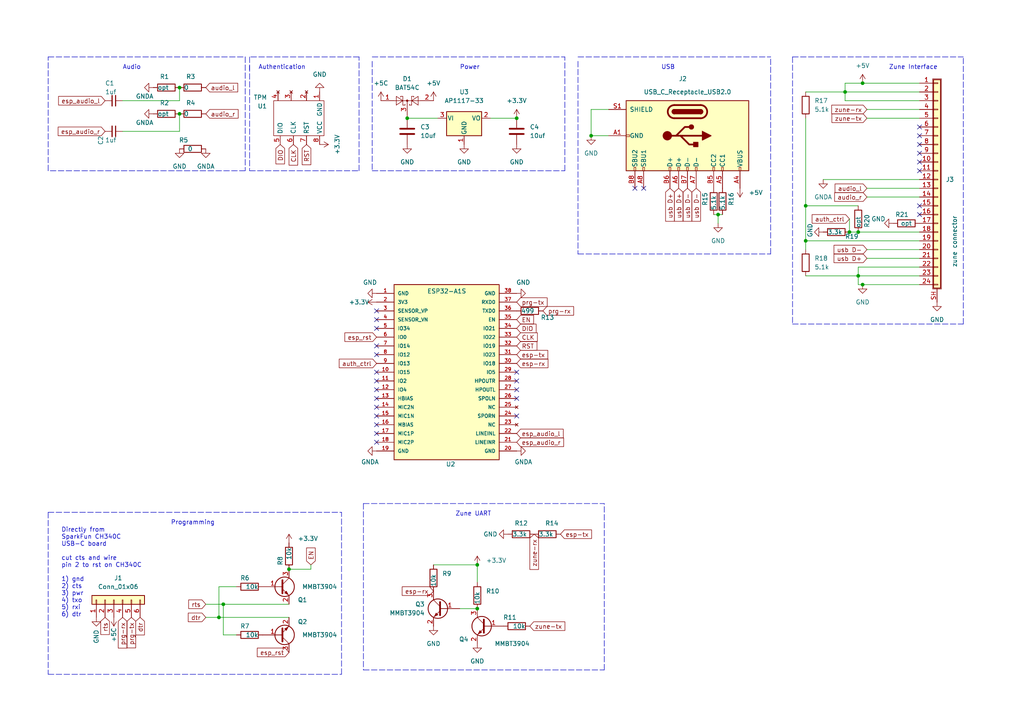
<source format=kicad_sch>
(kicad_sch (version 20211123) (generator eeschema)
  (paper "A4")
  (lib_symbols
    (symbol "Connector:USB_C_Receptacle_USB2.0" (pin_names (offset 1.016))
      (property "Reference" "J" (at -10.16 19.05 0))
      (property "Value" "USB_C_Receptacle_USB2.0" (at 19.05 19.05 0))
      (symbol "USB_C_Receptacle_USB2.0_0_0"
        (rectangle (start -0.254 -17.78) (end 0.254 -16.764))
        (rectangle (start 10.16 -14.986) (end 9.144 -15.494))
        (rectangle (start 10.16 -12.446) (end 9.144 -12.954))
        (rectangle (start 10.16 -4.826) (end 9.144 -5.334))
        (rectangle (start 10.16 -2.286) (end 9.144 -2.794))
        (rectangle (start 10.16 0.254) (end 9.144 -0.254))
        (rectangle (start 10.16 2.794) (end 9.144 2.286))
        (rectangle (start 10.16 7.874) (end 9.144 7.366))
        (rectangle (start 10.16 10.414) (end 9.144 9.906))
        (rectangle (start 10.16 15.494) (end 9.144 14.986))
      )
      (symbol "USB_C_Receptacle_USB2.0_0_1"
        (rectangle (start -10.16 17.78) (end 10.16 -17.78) (stroke (width 0.254)) (fill (type background)))
        (arc (start -8.89 -3.81) (mid -6.985 -5.715) (end -5.08 -3.81) (stroke (width 0.508)))
        (arc (start -7.62 -3.81) (mid -6.985 -4.445) (end -6.35 -3.81) (stroke (width 0.254)))
        (arc (start -7.62 -3.81) (mid -6.985 -4.445) (end -6.35 -3.81) (stroke (width 0.254)) (fill (type outline)))
        (rectangle (start -7.62 -3.81) (end -6.35 3.81) (stroke (width 0.254)) (fill (type outline)))
        (arc (start -6.35 3.81) (mid -6.985 4.445) (end -7.62 3.81) (stroke (width 0.254)))
        (arc (start -6.35 3.81) (mid -6.985 4.445) (end -7.62 3.81) (stroke (width 0.254)) (fill (type outline)))
        (arc (start -5.08 3.81) (mid -6.985 5.715) (end -8.89 3.81) (stroke (width 0.508)))
        (circle (center -2.54 1.143) (radius 0.635) (stroke (width 0.254)) (fill (type outline)))
        (circle (center 0 -5.842) (radius 1.27) (fill (type outline)))
        (polyline (pts (xy -8.89 -3.81) (xy -8.89 3.81)) (stroke (width 0.508)))
        (polyline (pts (xy -5.08 3.81) (xy -5.08 -3.81)) (stroke (width 0.508)))
        (polyline (pts (xy 0 -5.842) (xy 0 4.318)) (stroke (width 0.508)))
        (polyline (pts (xy 0 -3.302) (xy -2.54 -0.762) (xy -2.54 0.508)) (stroke (width 0.508)))
        (polyline (pts (xy 0 -2.032) (xy 2.54 0.508) (xy 2.54 1.778)) (stroke (width 0.508)))
        (polyline (pts (xy -1.27 4.318) (xy 0 6.858) (xy 1.27 4.318) (xy -1.27 4.318)) (stroke (width 0.254)) (fill (type outline)))
        (rectangle (start 1.905 1.778) (end 3.175 3.048) (stroke (width 0.254)) (fill (type outline)))
      )
      (symbol "USB_C_Receptacle_USB2.0_1_1"
        (pin passive line (at 0 -22.86 90) (length 5.08) (name "GND") (number "A1"))
        (pin passive line (at 0 -22.86 90) (length 5.08) hide (name "GND") (number "A12"))
        (pin passive line (at 15.24 15.24 180) (length 5.08) (name "VBUS") (number "A4"))
        (pin bidirectional line (at 15.24 10.16 180) (length 5.08) (name "CC1") (number "A5"))
        (pin bidirectional line (at 15.24 -2.54 180) (length 5.08) (name "D+") (number "A6"))
        (pin bidirectional line (at 15.24 2.54 180) (length 5.08) (name "D-") (number "A7"))
        (pin bidirectional line (at 15.24 -12.7 180) (length 5.08) (name "SBU1") (number "A8"))
        (pin passive line (at 15.24 15.24 180) (length 5.08) hide (name "VBUS") (number "A9"))
        (pin passive line (at 0 -22.86 90) (length 5.08) hide (name "GND") (number "B1"))
        (pin passive line (at 0 -22.86 90) (length 5.08) hide (name "GND") (number "B12"))
        (pin passive line (at 15.24 15.24 180) (length 5.08) hide (name "VBUS") (number "B4"))
        (pin bidirectional line (at 15.24 7.62 180) (length 5.08) (name "CC2") (number "B5"))
        (pin bidirectional line (at 15.24 -5.08 180) (length 5.08) (name "D+") (number "B6"))
        (pin bidirectional line (at 15.24 0 180) (length 5.08) (name "D-") (number "B7"))
        (pin bidirectional line (at 15.24 -15.24 180) (length 5.08) (name "SBU2") (number "B8"))
        (pin passive line (at 15.24 15.24 180) (length 5.08) hide (name "VBUS") (number "B9"))
        (pin passive line (at -7.62 -22.86 90) (length 5.08) (name "SHIELD") (number "S1"))
      )
    )
    (symbol "Connector_Generic:Conn_01x06" (pin_names (offset 1.016) hide)
      (property "Reference" "J" (at 0 7.62 0))
      (property "Value" "Conn_01x06" (at 0 -10.16 0))
      (symbol "Conn_01x06_1_1"
        (rectangle (start -1.27 -7.493) (end 0 -7.747) (stroke (width 0.1524)))
        (rectangle (start -1.27 -4.953) (end 0 -5.207) (stroke (width 0.1524)))
        (rectangle (start -1.27 -2.413) (end 0 -2.667) (stroke (width 0.1524)))
        (rectangle (start -1.27 0.127) (end 0 -0.127) (stroke (width 0.1524)))
        (rectangle (start -1.27 2.667) (end 0 2.413) (stroke (width 0.1524)))
        (rectangle (start -1.27 5.207) (end 0 4.953) (stroke (width 0.1524)))
        (rectangle (start -1.27 6.35) (end 1.27 -8.89) (stroke (width 0.254)) (fill (type background)))
        (pin passive line (at -5.08 5.08 0) (length 3.81) (name "Pin_1") (number "1"))
        (pin passive line (at -5.08 2.54 0) (length 3.81) (name "Pin_2") (number "2"))
        (pin passive line (at -5.08 0 0) (length 3.81) (name "Pin_3") (number "3"))
        (pin passive line (at -5.08 -2.54 0) (length 3.81) (name "Pin_4") (number "4"))
        (pin passive line (at -5.08 -5.08 0) (length 3.81) (name "Pin_5") (number "5"))
        (pin passive line (at -5.08 -7.62 0) (length 3.81) (name "Pin_6") (number "6"))
      )
    )
    (symbol "Connector_Generic_Shielded:Conn_01x24_Shielded" (pin_names (offset 1.016) hide)
      (property "Reference" "J" (at 0.254 30.226 0))
      (property "Value" "Conn_01x24_Shielded" (at 1.016 -32.766 0))
      (symbol "Conn_01x24_Shielded_1_1"
        (rectangle (start -1.27 29.21) (end 1.27 -31.75) (stroke (width 0.1524)))
        (rectangle (start -1.016 -30.353) (end 0.254 -30.607) (stroke (width 0.1524)))
        (rectangle (start -1.016 -27.813) (end 0.254 -28.067) (stroke (width 0.1524)))
        (rectangle (start -1.016 -25.273) (end 0.254 -25.527) (stroke (width 0.1524)))
        (rectangle (start -1.016 -22.733) (end 0.254 -22.987) (stroke (width 0.1524)))
        (rectangle (start -1.016 -20.193) (end 0.254 -20.447) (stroke (width 0.1524)))
        (rectangle (start -1.016 -17.653) (end 0.254 -17.907) (stroke (width 0.1524)))
        (rectangle (start -1.016 -15.113) (end 0.254 -15.367) (stroke (width 0.1524)))
        (rectangle (start -1.016 -12.573) (end 0.254 -12.827) (stroke (width 0.1524)))
        (rectangle (start -1.016 -10.033) (end 0.254 -10.287) (stroke (width 0.1524)))
        (rectangle (start -1.016 -7.493) (end 0.254 -7.747) (stroke (width 0.1524)))
        (rectangle (start -1.016 -4.953) (end 0.254 -5.207) (stroke (width 0.1524)))
        (rectangle (start -1.016 -2.413) (end 0.254 -2.667) (stroke (width 0.1524)))
        (rectangle (start -1.016 0.127) (end 0.254 -0.127) (stroke (width 0.1524)))
        (rectangle (start -1.016 2.667) (end 0.254 2.413) (stroke (width 0.1524)))
        (rectangle (start -1.016 5.207) (end 0.254 4.953) (stroke (width 0.1524)))
        (rectangle (start -1.016 7.747) (end 0.254 7.493) (stroke (width 0.1524)))
        (rectangle (start -1.016 10.287) (end 0.254 10.033) (stroke (width 0.1524)))
        (rectangle (start -1.016 12.827) (end 0.254 12.573) (stroke (width 0.1524)))
        (rectangle (start -1.016 15.367) (end 0.254 15.113) (stroke (width 0.1524)))
        (rectangle (start -1.016 17.907) (end 0.254 17.653) (stroke (width 0.1524)))
        (rectangle (start -1.016 20.447) (end 0.254 20.193) (stroke (width 0.1524)))
        (rectangle (start -1.016 22.987) (end 0.254 22.733) (stroke (width 0.1524)))
        (rectangle (start -1.016 25.527) (end 0.254 25.273) (stroke (width 0.1524)))
        (rectangle (start -1.016 28.067) (end 0.254 27.813) (stroke (width 0.1524)))
        (rectangle (start -1.016 28.956) (end 1.016 -31.496) (stroke (width 0.254)) (fill (type background)))
        (pin passive line (at -5.08 27.94 0) (length 4.064) (name "Pin_1") (number "1"))
        (pin passive line (at -5.08 5.08 0) (length 4.064) (name "Pin_10") (number "10"))
        (pin passive line (at -5.08 2.54 0) (length 4.064) (name "Pin_11") (number "11"))
        (pin passive line (at -5.08 0 0) (length 4.064) (name "Pin_12") (number "12"))
        (pin passive line (at -5.08 -2.54 0) (length 4.064) (name "Pin_13") (number "13"))
        (pin passive line (at -5.08 -5.08 0) (length 4.064) (name "Pin_14") (number "14"))
        (pin passive line (at -5.08 -7.62 0) (length 4.064) (name "Pin_15") (number "15"))
        (pin passive line (at -5.08 -10.16 0) (length 4.064) (name "Pin_16") (number "16"))
        (pin passive line (at -5.08 -12.7 0) (length 4.064) (name "Pin_17") (number "17"))
        (pin passive line (at -5.08 -15.24 0) (length 4.064) (name "Pin_18") (number "18"))
        (pin passive line (at -5.08 -17.78 0) (length 4.064) (name "Pin_19") (number "19"))
        (pin passive line (at -5.08 25.4 0) (length 4.064) (name "Pin_2") (number "2"))
        (pin passive line (at -5.08 -20.32 0) (length 4.064) (name "Pin_20") (number "20"))
        (pin passive line (at -5.08 -22.86 0) (length 4.064) (name "Pin_21") (number "21"))
        (pin passive line (at -5.08 -25.4 0) (length 4.064) (name "Pin_22") (number "22"))
        (pin passive line (at -5.08 -27.94 0) (length 4.064) (name "Pin_23") (number "23"))
        (pin passive line (at -5.08 -30.48 0) (length 4.064) (name "Pin_24") (number "24"))
        (pin passive line (at -5.08 22.86 0) (length 4.064) (name "Pin_3") (number "3"))
        (pin passive line (at -5.08 20.32 0) (length 4.064) (name "Pin_4") (number "4"))
        (pin passive line (at -5.08 17.78 0) (length 4.064) (name "Pin_5") (number "5"))
        (pin passive line (at -5.08 15.24 0) (length 4.064) (name "Pin_6") (number "6"))
        (pin passive line (at -5.08 12.7 0) (length 4.064) (name "Pin_7") (number "7"))
        (pin passive line (at -5.08 10.16 0) (length 4.064) (name "Pin_8") (number "8"))
        (pin passive line (at -5.08 7.62 0) (length 4.064) (name "Pin_9") (number "9"))
        (pin passive line (at 0 -35.56 90) (length 3.81) (name "Shield") (number "SH"))
      )
    )
    (symbol "Device:C" (pin_numbers hide) (pin_names (offset 0.254))
      (property "Reference" "C" (at 0.635 2.54 0))
      (property "Value" "C" (at 0.635 -2.54 0))
      (symbol "C_0_1"
        (polyline (pts (xy -2.032 -0.762) (xy 2.032 -0.762)) (stroke (width 0.508)))
        (polyline (pts (xy -2.032 0.762) (xy 2.032 0.762)) (stroke (width 0.508)))
      )
      (symbol "C_1_1"
        (pin passive line (at 0 3.81 270) (length 2.794) (name "~") (number "1"))
        (pin passive line (at 0 -3.81 90) (length 2.794) (name "~") (number "2"))
      )
    )
    (symbol "Device:C_Small" (pin_numbers hide) (pin_names (offset 0.254) hide)
      (property "Reference" "C" (at 0.254 1.778 0))
      (property "Value" "C_Small" (at 0.254 -2.032 0))
      (symbol "C_Small_0_1"
        (polyline (pts (xy -1.524 -0.508) (xy 1.524 -0.508)) (stroke (width 0.3302)))
        (polyline (pts (xy -1.524 0.508) (xy 1.524 0.508)) (stroke (width 0.3048)))
      )
      (symbol "C_Small_1_1"
        (pin passive line (at 0 2.54 270) (length 2.032) (name "~") (number "1"))
        (pin passive line (at 0 -2.54 90) (length 2.032) (name "~") (number "2"))
      )
    )
    (symbol "Device:R" (pin_numbers hide) (pin_names (offset 0))
      (property "Reference" "R" (at 2.032 0 90))
      (property "Value" "R" (at 0 0 90))
      (symbol "R_0_1"
        (rectangle (start -1.016 -2.54) (end 1.016 2.54) (stroke (width 0.254)))
      )
      (symbol "R_1_1"
        (pin passive line (at 0 3.81 270) (length 1.27) (name "~") (number "1"))
        (pin passive line (at 0 -3.81 90) (length 1.27) (name "~") (number "2"))
      )
    )
    (symbol "Diode:BAT54C" (pin_names (offset 1.016))
      (property "Reference" "D" (at 0.635 -3.81 0))
      (property "Value" "BAT54C" (at -6.35 3.175 0))
      (symbol "BAT54C_0_1"
        (polyline (pts (xy -1.905 0) (xy 1.905 0)))
        (polyline (pts (xy -1.905 1.27) (xy -1.905 1.016)))
        (polyline (pts (xy -1.27 -1.27) (xy -0.635 -1.27)))
        (polyline (pts (xy -1.27 0) (xy -3.81 0)))
        (polyline (pts (xy -1.27 1.27) (xy -1.905 1.27)))
        (polyline (pts (xy -1.27 1.27) (xy -1.27 -1.27)))
        (polyline (pts (xy -0.635 -1.27) (xy -0.635 -1.016)))
        (polyline (pts (xy 0.635 -1.27) (xy 0.635 -1.016)))
        (polyline (pts (xy 1.27 -1.27) (xy 0.635 -1.27)))
        (polyline (pts (xy 1.27 1.27) (xy 1.27 -1.27)))
        (polyline (pts (xy 1.27 1.27) (xy 1.905 1.27)))
        (polyline (pts (xy 1.905 1.27) (xy 1.905 1.016)))
        (polyline (pts (xy 3.81 0) (xy 1.27 0)))
        (polyline (pts (xy -3.175 -1.27) (xy -3.175 1.27) (xy -1.27 0) (xy -3.175 -1.27)))
        (polyline (pts (xy 3.175 -1.27) (xy 3.175 1.27) (xy 1.27 0) (xy 3.175 -1.27)))
        (circle (center 0 0) (radius 0.254) (fill (type outline)))
      )
      (symbol "BAT54C_1_1"
        (pin passive line (at -7.62 0 0) (length 3.81) (name "~") (number "1"))
        (pin passive line (at 7.62 0 180) (length 3.81) (name "~") (number "2"))
        (pin passive line (at 0 -5.08 90) (length 5.08) (name "~") (number "3"))
      )
    )
    (symbol "Regulator_Linear:AP1117-33" (pin_names (offset 0.254))
      (property "Reference" "U" (at -3.81 3.175 0))
      (property "Value" "AP1117-33" (at 0 3.175 0))
      (symbol "AP1117-33_0_1"
        (rectangle (start -5.08 -5.08) (end 5.08 1.905) (stroke (width 0.254)) (fill (type background)))
      )
      (symbol "AP1117-33_1_1"
        (pin power_in line (at 0 -7.62 90) (length 2.54) (name "GND") (number "1"))
        (pin power_out line (at 7.62 0 180) (length 2.54) (name "VO") (number "2"))
        (pin power_in line (at -7.62 0 0) (length 2.54) (name "VI") (number "3"))
      )
    )
    (symbol "Transistor_BJT:MMBT3904" (pin_names (offset 0) hide)
      (property "Reference" "Q" (at 5.08 1.905 0))
      (property "Value" "MMBT3904" (at 5.08 0 0))
      (symbol "MMBT3904_0_1"
        (polyline (pts (xy 0.635 0.635) (xy 2.54 2.54)))
        (polyline (pts (xy 0.635 -0.635) (xy 2.54 -2.54) (xy 2.54 -2.54)))
        (polyline (pts (xy 0.635 1.905) (xy 0.635 -1.905) (xy 0.635 -1.905)) (stroke (width 0.508)))
        (polyline (pts (xy 1.27 -1.778) (xy 1.778 -1.27) (xy 2.286 -2.286) (xy 1.27 -1.778) (xy 1.27 -1.778)) (fill (type outline)))
        (circle (center 1.27 0) (radius 2.8194) (stroke (width 0.254)))
      )
      (symbol "MMBT3904_1_1"
        (pin input line (at -5.08 0 0) (length 5.715) (name "B") (number "1"))
        (pin passive line (at 2.54 -5.08 90) (length 2.54) (name "E") (number "2"))
        (pin passive line (at 2.54 5.08 270) (length 2.54) (name "C") (number "3"))
      )
    )
    (symbol "esp32-zune-bluetoothaudio:ESP32-A1S" (pin_names (offset 1.016))
      (property "Reference" "U" (at -15.2654 26.0604 0))
      (property "Value" "ESP32-A1S" (at -15.2654 -27.9654 0))
      (property "PARTREV" "4" (at 0 26.67 0))
      (symbol "ESP32-A1S_0_0"
        (rectangle (start -15.24 -25.4) (end 15.24 25.4) (stroke (width 0.254)) (fill (type background)))
        (pin power_in line (at -20.32 22.86 0) (length 5.08) (name "GND") (number "1"))
        (pin bidirectional line (at -20.32 0 0) (length 5.08) (name "IO15") (number "10"))
        (pin bidirectional line (at -20.32 -2.54 0) (length 5.08) (name "IO2") (number "11"))
        (pin bidirectional line (at -20.32 -5.08 0) (length 5.08) (name "IO4") (number "12"))
        (pin bidirectional line (at -20.32 -7.62 0) (length 5.08) (name "HBIAS") (number "13"))
        (pin input line (at -20.32 -10.16 0) (length 5.08) (name "MIC2N") (number "14"))
        (pin input line (at -20.32 -12.7 0) (length 5.08) (name "MIC1N") (number "15"))
        (pin bidirectional line (at -20.32 -15.24 0) (length 5.08) (name "MBIAS") (number "16"))
        (pin input line (at -20.32 -17.78 0) (length 5.08) (name "MIC1P") (number "17"))
        (pin input line (at -20.32 -20.32 0) (length 5.08) (name "MIC2P") (number "18"))
        (pin power_in line (at -20.32 -22.86 0) (length 5.08) (name "GND") (number "19"))
        (pin power_in line (at -20.32 20.32 0) (length 5.08) (name "3V3") (number "2"))
        (pin bidirectional line (at 20.32 -22.86 180) (length 5.08) (name "GND") (number "20"))
        (pin input line (at 20.32 -20.32 180) (length 5.08) (name "LINEINR") (number "21"))
        (pin input line (at 20.32 -17.78 180) (length 5.08) (name "LINEINL") (number "22"))
        (pin no_connect line (at 20.32 -15.24 180) (length 5.08) (name "NC") (number "23"))
        (pin output line (at 20.32 -12.7 180) (length 5.08) (name "SPORN") (number "24"))
        (pin no_connect line (at 20.32 -10.16 180) (length 5.08) (name "NC") (number "25"))
        (pin output line (at 20.32 -7.62 180) (length 5.08) (name "SPOLN") (number "26"))
        (pin output line (at 20.32 -5.08 180) (length 5.08) (name "HPOUTL") (number "27"))
        (pin output line (at 20.32 -2.54 180) (length 5.08) (name "HPOUTR") (number "28"))
        (pin bidirectional line (at 20.32 0 180) (length 5.08) (name "IO5") (number "29"))
        (pin input line (at -20.32 17.78 0) (length 5.08) (name "SENSOR_VP") (number "3"))
        (pin bidirectional line (at 20.32 2.54 180) (length 5.08) (name "IO18") (number "30"))
        (pin bidirectional line (at 20.32 5.08 180) (length 5.08) (name "IO23") (number "31"))
        (pin bidirectional line (at 20.32 7.62 180) (length 5.08) (name "IO19") (number "32"))
        (pin bidirectional line (at 20.32 10.16 180) (length 5.08) (name "IO22") (number "33"))
        (pin bidirectional line (at 20.32 12.7 180) (length 5.08) (name "IO21") (number "34"))
        (pin input line (at 20.32 15.24 180) (length 5.08) (name "EN") (number "35"))
        (pin input line (at 20.32 17.78 180) (length 5.08) (name "TXD0") (number "36"))
        (pin output line (at 20.32 20.32 180) (length 5.08) (name "RXD0") (number "37"))
        (pin power_in line (at 20.32 22.86 180) (length 5.08) (name "GND") (number "38"))
        (pin input line (at -20.32 15.24 0) (length 5.08) (name "SENSOR_VN") (number "4"))
        (pin bidirectional line (at -20.32 12.7 0) (length 5.08) (name "IO34") (number "5"))
        (pin bidirectional line (at -20.32 10.16 0) (length 5.08) (name "IO0") (number "6"))
        (pin bidirectional line (at -20.32 7.62 0) (length 5.08) (name "IO14") (number "7"))
        (pin bidirectional line (at -20.32 5.08 0) (length 5.08) (name "IO12") (number "8"))
        (pin bidirectional line (at -20.32 2.54 0) (length 5.08) (name "IO13") (number "9"))
      )
    )
    (symbol "esp32-zune-bluetoothaudio:TPM"
      (property "Reference" "U" (at -6.985 9.525 0))
      (property "Value" "TPM" (at 0.635 0.635 0))
      (symbol "TPM_0_1"
        (rectangle (start -3.81 7.62) (end 6.35 -6.985))
      )
      (symbol "TPM_1_1"
        (pin input line (at -6.35 6.35 0) (length 2.54) (name "GND") (number "1"))
        (pin no_connect line (at -6.35 2.54 0) (length 2.54) (name "") (number "2"))
        (pin no_connect line (at -6.35 -1.905 0) (length 2.54) (name "") (number "3"))
        (pin no_connect line (at -6.35 -5.715 0) (length 2.54) (name "") (number "4"))
        (pin input line (at 8.89 -5.08 180) (length 2.54) (name "DIO") (number "5"))
        (pin input line (at 8.89 -1.27 180) (length 2.54) (name "CLK") (number "6"))
        (pin input line (at 8.89 2.54 180) (length 2.54) (name "RST") (number "7"))
        (pin input line (at 8.89 6.35 180) (length 2.54) (name "VCC") (number "8"))
      )
    )
    (symbol "power:+3.3V" (power) (pin_names (offset 0))
      (property "Value" "+3.3V" (at 0 3.556 0))
      (symbol "+3.3V_0_1"
        (polyline (pts (xy -0.762 1.27) (xy 0 2.54)))
        (polyline (pts (xy 0 0) (xy 0 2.54)))
        (polyline (pts (xy 0 2.54) (xy 0.762 1.27)))
      )
      (symbol "+3.3V_1_1"
        (pin power_in line (at 0 0 90) (length 0) hide (name "+3.3V") (number "1"))
      )
    )
    (symbol "power:+5C" (power) (pin_names (offset 0))
      (property "Value" "+5C" (at 0 3.556 0))
      (symbol "+5C_0_1"
        (polyline (pts (xy -0.762 1.27) (xy 0 2.54)))
        (polyline (pts (xy 0 0) (xy 0 2.54)))
        (polyline (pts (xy 0 2.54) (xy 0.762 1.27)))
      )
      (symbol "+5C_1_1"
        (pin power_in line (at 0 0 90) (length 0) hide (name "+5C") (number "1"))
      )
    )
    (symbol "power:+5V" (power) (pin_names (offset 0))
      (property "Value" "+5V" (at 0 3.556 0))
      (symbol "+5V_0_1"
        (polyline (pts (xy -0.762 1.27) (xy 0 2.54)))
        (polyline (pts (xy 0 0) (xy 0 2.54)))
        (polyline (pts (xy 0 2.54) (xy 0.762 1.27)))
      )
      (symbol "+5V_1_1"
        (pin power_in line (at 0 0 90) (length 0) hide (name "+5V") (number "1"))
      )
    )
    (symbol "power:GND" (power) (pin_names (offset 0))
      (property "Value" "GND" (at 0 -3.81 0))
      (symbol "GND_0_1"
        (polyline (pts (xy 0 0) (xy 0 -1.27) (xy 1.27 -1.27) (xy 0 -2.54) (xy -1.27 -1.27) (xy 0 -1.27)))
      )
      (symbol "GND_1_1"
        (pin power_in line (at 0 0 270) (length 0) hide (name "GND") (number "1"))
      )
    )
    (symbol "power:GNDA" (power) (pin_names (offset 0))
      (property "Value" "GNDA" (at 0 -3.81 0))
      (symbol "GNDA_0_1"
        (polyline (pts (xy 0 0) (xy 0 -1.27) (xy 1.27 -1.27) (xy 0 -2.54) (xy -1.27 -1.27) (xy 0 -1.27)))
      )
      (symbol "GNDA_1_1"
        (pin power_in line (at 0 0 270) (length 0) hide (name "GNDA") (number "1"))
      )
    )
  )
  (junction (at 245.11 26.67))
  (junction (at 138.43 176.53))
  (junction (at 248.92 67.31))
  (junction (at 250.19 24.13))
  (junction (at 208.28 62.23))
  (junction (at 63.5 179.07))
  (junction (at 149.86 34.29))
  (junction (at 64.77 175.26))
  (junction (at 52.07 33.02))
  (junction (at 246.38 67.31))
  (junction (at 233.68 69.85))
  (junction (at 171.45 39.37))
  (junction (at 52.07 25.4))
  (junction (at 250.19 82.55))
  (junction (at 83.82 165.1))
  (junction (at 118.11 34.29))
  (junction (at 233.68 59.69))
  (junction (at 248.92 80.01))
  (junction (at 138.43 163.83))
  (no_connect (at 109.22 107.95))
  (no_connect (at 109.22 113.03))
  (no_connect (at 109.22 110.49))
  (no_connect (at 266.7 44.45))
  (no_connect (at 266.7 36.83))
  (no_connect (at 266.7 39.37))
  (no_connect (at 266.7 41.91))
  (no_connect (at 266.7 62.23))
  (no_connect (at 266.7 46.99))
  (no_connect (at 266.7 49.53))
  (no_connect (at 266.7 59.69))
  (no_connect (at 149.86 110.49))
  (no_connect (at 149.86 107.95))
  (no_connect (at 149.86 113.03))
  (no_connect (at 184.15 54.61))
  (no_connect (at 186.69 54.61))
  (no_connect (at 109.22 92.71))
  (no_connect (at 109.22 115.57))
  (no_connect (at 109.22 118.11))
  (no_connect (at 109.22 95.25))
  (no_connect (at 109.22 125.73))
  (no_connect (at 109.22 123.19))
  (no_connect (at 109.22 120.65))
  (no_connect (at 109.22 128.27))
  (no_connect (at 109.22 100.33))
  (no_connect (at 109.22 102.87))
  (no_connect (at 109.22 90.17))
  (no_connect (at 149.86 115.57))
  (no_connect (at 149.86 120.65))
  (polyline (pts (xy 163.83 49.53) (xy 163.83 16.51)))
  (wire (pts (xy 68.58 170.18) (xy 63.5 170.18)))
  (polyline (pts (xy 105.41 194.31) (xy 175.26 194.31)))
  (wire (pts (xy 248.92 82.55) (xy 248.92 80.01)))
  (polyline (pts (xy 71.12 49.53) (xy 13.97 49.53)))
  (wire (pts (xy 248.92 80.01) (xy 266.7 80.01)))
  (polyline (pts (xy 167.64 73.66) (xy 223.52 73.66)))
  (wire (pts (xy 142.24 34.29) (xy 149.86 34.29)))
  (wire (pts (xy 133.35 176.53) (xy 138.43 176.53)))
  (wire (pts (xy 245.11 24.13) (xy 245.11 26.67)))
  (polyline (pts (xy 13.97 148.59) (xy 13.97 195.58)))
  (wire (pts (xy 63.5 170.18) (xy 63.5 179.07)))
  (wire (pts (xy 59.69 179.07) (xy 63.5 179.07)))
  (polyline (pts (xy 13.97 16.51) (xy 71.12 16.51)))
  (polyline (pts (xy 71.12 16.51) (xy 71.12 49.53)))
  (wire (pts (xy 250.19 24.13) (xy 245.11 24.13)))
  (wire (pts (xy 233.68 59.69) (xy 248.92 59.69)))
  (wire (pts (xy 171.45 31.75) (xy 171.45 39.37)))
  (wire (pts (xy 251.46 72.39) (xy 266.7 72.39)))
  (polyline (pts (xy 167.64 17.78) (xy 167.64 73.66)))
  (wire (pts (xy 248.92 77.47) (xy 266.7 77.47)))
  (polyline (pts (xy 105.41 146.05) (xy 175.26 146.05)))
  (wire (pts (xy 176.53 31.75) (xy 171.45 31.75)))
  (polyline (pts (xy 13.97 49.53) (xy 13.97 16.51)))
  (wire (pts (xy 245.11 26.67) (xy 266.7 26.67)))
  (wire (pts (xy 250.19 24.13) (xy 266.7 24.13)))
  (polyline (pts (xy 107.95 49.53) (xy 163.83 49.53)))
  (wire (pts (xy 83.82 165.1) (xy 90.17 165.1)))
  (wire (pts (xy 233.68 69.85) (xy 233.68 72.39)))
  (wire (pts (xy 64.77 184.15) (xy 64.77 175.26)))
  (wire (pts (xy 138.43 163.83) (xy 125.73 163.83)))
  (polyline (pts (xy 99.06 195.58) (xy 99.06 148.59)))
  (wire (pts (xy 233.68 80.01) (xy 248.92 80.01)))
  (polyline (pts (xy 107.95 16.51) (xy 163.83 16.51)))
  (polyline (pts (xy 229.87 16.51) (xy 229.87 93.98)))
  (wire (pts (xy 246.38 67.31) (xy 248.92 67.31)))
  (wire (pts (xy 52.07 38.1) (xy 52.07 33.02)))
  (wire (pts (xy 251.46 54.61) (xy 266.7 54.61)))
  (polyline (pts (xy 167.64 16.51) (xy 223.52 16.51)))
  (polyline (pts (xy 72.39 19.05) (xy 72.39 49.53)))
  (wire (pts (xy 63.5 179.07) (xy 83.82 179.07)))
  (wire (pts (xy 64.77 175.26) (xy 83.82 175.26)))
  (wire (pts (xy 138.43 168.91) (xy 138.43 163.83)))
  (polyline (pts (xy 72.39 49.53) (xy 104.14 49.53)))
  (wire (pts (xy 246.38 63.5) (xy 246.38 67.31)))
  (wire (pts (xy 118.11 34.29) (xy 127 34.29)))
  (wire (pts (xy 208.28 62.23) (xy 208.28 64.77)))
  (wire (pts (xy 59.69 175.26) (xy 64.77 175.26)))
  (polyline (pts (xy 104.14 16.51) (xy 72.39 16.51)))
  (wire (pts (xy 35.56 29.21) (xy 52.07 29.21)))
  (wire (pts (xy 208.28 62.23) (xy 209.55 62.23)))
  (wire (pts (xy 233.68 26.67) (xy 245.11 26.67)))
  (wire (pts (xy 245.11 26.67) (xy 245.11 29.21)))
  (wire (pts (xy 171.45 39.37) (xy 176.53 39.37)))
  (wire (pts (xy 68.58 184.15) (xy 64.77 184.15)))
  (wire (pts (xy 233.68 69.85) (xy 266.7 69.85)))
  (polyline (pts (xy 229.87 16.51) (xy 279.4 16.51)))
  (wire (pts (xy 251.46 57.15) (xy 266.7 57.15)))
  (wire (pts (xy 250.19 82.55) (xy 248.92 82.55)))
  (polyline (pts (xy 279.4 93.98) (xy 279.4 16.51)))
  (wire (pts (xy 251.46 34.29) (xy 266.7 34.29)))
  (wire (pts (xy 250.19 82.55) (xy 266.7 82.55)))
  (wire (pts (xy 52.07 29.21) (xy 52.07 25.4)))
  (polyline (pts (xy 229.87 93.98) (xy 279.4 93.98)))
  (wire (pts (xy 233.68 59.69) (xy 233.68 69.85)))
  (wire (pts (xy 238.76 52.07) (xy 266.7 52.07)))
  (wire (pts (xy 35.56 38.1) (xy 52.07 38.1)))
  (polyline (pts (xy 223.52 73.66) (xy 223.52 16.51)))
  (wire (pts (xy 251.46 31.75) (xy 266.7 31.75)))
  (wire (pts (xy 248.92 67.31) (xy 266.7 67.31)))
  (polyline (pts (xy 104.14 49.53) (xy 104.14 16.51)))
  (polyline (pts (xy 13.97 195.58) (xy 99.06 195.58)))
  (wire (pts (xy 245.11 29.21) (xy 266.7 29.21)))
  (polyline (pts (xy 107.95 17.78) (xy 107.95 49.53)))
  (wire (pts (xy 248.92 80.01) (xy 248.92 77.47)))
  (wire (pts (xy 90.17 165.1) (xy 90.17 163.83)))
  (polyline (pts (xy 13.97 148.59) (xy 99.06 148.59)))
  (polyline (pts (xy 105.41 146.05) (xy 105.41 194.31)))
  (wire (pts (xy 233.68 34.29) (xy 233.68 59.69)))
  (polyline (pts (xy 175.26 194.31) (xy 175.26 146.05)))
  (polyline (pts (xy 72.39 16.51) (xy 72.39 20.32)))
  (wire (pts (xy 251.46 74.93) (xy 266.7 74.93)))
  (wire (pts (xy 207.01 62.23) (xy 208.28 62.23)))
  (text "Zune Interface" (at 257.81 20.32 0) (effects (font (size 1.27 1.27)) (justify left bottom)))
  (text "Zune UART" (at 132.08 149.86 0) (effects (font (size 1.27 1.27)) (justify left bottom)))
  (text "Authentication" (at 74.93 20.32 0) (effects (font (size 1.27 1.27)) (justify left bottom)))
  (text "USB" (at 191.77 20.32 0) (effects (font (size 1.27 1.27)) (justify left bottom)))
  (text "Audio" (at 35.56 20.32 0) (effects (font (size 1.27 1.27)) (justify left bottom)))
  (text "Programming" (at 49.53 152.4 0) (effects (font (size 1.27 1.27)) (justify left bottom)))
  (text "Power" (at 133.35 20.32 0) (effects (font (size 1.27 1.27)) (justify left bottom)))
  (text "Directly from\nSparkFun CH340C\nUSB-C board\n\ncut cts and wire \npin 2 to rst on CH340C\n\n1) gnd\n2) cts\n3) pwr\n4) txo\n5) rxi\n6) dtr" (at 17.78 179.07 0) (effects (font (size 1.27 1.27)) (justify left bottom)))
  (global_label "usb D+" (shape input) (at 251.46 74.93 180) (property "Intersheet References" "${INTERSHEET_REFS}" (effects hide)))
  (global_label "esp_audio_r" (shape input) (at 30.48 38.1 180) (property "Intersheet References" "${INTERSHEET_REFS}" (effects hide)))
  (global_label "esp-tx" (shape input) (at 149.86 102.87 0) (property "Intersheet References" "${INTERSHEET_REFS}" (effects hide)))
  (global_label "esp-rx" (shape input) (at 149.86 105.41 0) (property "Intersheet References" "${INTERSHEET_REFS}" (effects hide)))
  (global_label "esp_rst" (shape input) (at 109.22 97.79 180) (property "Intersheet References" "${INTERSHEET_REFS}" (effects hide)))
  (global_label "prg-rx" (shape input) (at 35.56 179.07 270) (property "Intersheet References" "${INTERSHEET_REFS}" (effects hide)))
  (global_label "DIO" (shape input) (at 149.86 95.25 0) (property "Intersheet References" "${INTERSHEET_REFS}" (effects hide)))
  (global_label "usb D-" (shape input) (at 251.46 72.39 180) (property "Intersheet References" "${INTERSHEET_REFS}" (effects hide)))
  (global_label "prg-rx" (shape input) (at 157.48 90.17 0) (property "Intersheet References" "${INTERSHEET_REFS}" (effects hide)))
  (global_label "EN" (shape input) (at 149.86 92.71 0) (property "Intersheet References" "${INTERSHEET_REFS}" (effects hide)))
  (global_label "prg-tx" (shape input) (at 149.86 87.63 0) (property "Intersheet References" "${INTERSHEET_REFS}" (effects hide)))
  (global_label "esp_audio_l" (shape input) (at 149.86 125.73 0) (property "Intersheet References" "${INTERSHEET_REFS}" (effects hide)))
  (global_label "audio_l" (shape input) (at 251.46 54.61 180) (property "Intersheet References" "${INTERSHEET_REFS}" (effects hide)))
  (global_label "CLK" (shape input) (at 149.86 97.79 0) (property "Intersheet References" "${INTERSHEET_REFS}" (effects hide)))
  (global_label "esp_audio_r" (shape input) (at 149.86 128.27 0) (property "Intersheet References" "${INTERSHEET_REFS}" (effects hide)))
  (global_label "rts" (shape input) (at 30.48 179.07 270) (property "Intersheet References" "${INTERSHEET_REFS}" (effects hide)))
  (global_label "RST" (shape input) (at 149.86 100.33 0) (property "Intersheet References" "${INTERSHEET_REFS}" (effects hide)))
  (global_label "esp-rx" (shape input) (at 125.73 171.45 180) (property "Intersheet References" "${INTERSHEET_REFS}" (effects hide)))
  (global_label "zune-tx" (shape input) (at 153.67 181.61 0) (property "Intersheet References" "${INTERSHEET_REFS}" (effects hide)))
  (global_label "zune-tx" (shape input) (at 251.46 34.29 180) (property "Intersheet References" "${INTERSHEET_REFS}" (effects hide)))
  (global_label "CLK" (shape input) (at 85.09 41.91 270) (property "Intersheet References" "${INTERSHEET_REFS}" (effects hide)))
  (global_label "rts" (shape input) (at 59.69 175.26 180) (property "Intersheet References" "${INTERSHEET_REFS}" (effects hide)))
  (global_label "auth_ctrl" (shape input) (at 246.38 63.5 180) (property "Intersheet References" "${INTERSHEET_REFS}" (effects hide)))
  (global_label "zune-rx" (shape input) (at 251.46 31.75 180) (property "Intersheet References" "${INTERSHEET_REFS}" (effects hide)))
  (global_label "usb D+" (shape input) (at 196.85 54.61 270) (property "Intersheet References" "${INTERSHEET_REFS}" (effects hide)))
  (global_label "DIO" (shape input) (at 81.28 41.91 270) (property "Intersheet References" "${INTERSHEET_REFS}" (effects hide)))
  (global_label "audio_r" (shape input) (at 59.69 33.02 0) (property "Intersheet References" "${INTERSHEET_REFS}" (effects hide)))
  (global_label "audio_l" (shape input) (at 59.69 25.4 0) (property "Intersheet References" "${INTERSHEET_REFS}" (effects hide)))
  (global_label "esp_rst" (shape input) (at 83.82 189.23 180) (property "Intersheet References" "${INTERSHEET_REFS}" (effects hide)))
  (global_label "usb D-" (shape input) (at 201.93 54.61 270) (property "Intersheet References" "${INTERSHEET_REFS}" (effects hide)))
  (global_label "dtr" (shape input) (at 40.64 179.07 270) (property "Intersheet References" "${INTERSHEET_REFS}" (effects hide)))
  (global_label "audio_r" (shape input) (at 251.46 57.15 180) (property "Intersheet References" "${INTERSHEET_REFS}" (effects hide)))
  (global_label "auth_ctrl" (shape input) (at 109.22 105.41 180) (property "Intersheet References" "${INTERSHEET_REFS}" (effects hide)))
  (global_label "RST" (shape input) (at 88.9 41.91 270) (property "Intersheet References" "${INTERSHEET_REFS}" (effects hide)))
  (global_label "esp-tx" (shape input) (at 162.56 154.94 0) (property "Intersheet References" "${INTERSHEET_REFS}" (effects hide)))
  (global_label "prg-tx" (shape input) (at 38.1 179.07 270) (property "Intersheet References" "${INTERSHEET_REFS}" (effects hide)))
  (global_label "usb D-" (shape input) (at 199.39 54.61 270) (property "Intersheet References" "${INTERSHEET_REFS}" (effects hide)))
  (global_label "zune-rx" (shape input) (at 154.94 154.94 270) (property "Intersheet References" "${INTERSHEET_REFS}" (effects hide)))
  (global_label "EN" (shape input) (at 90.17 163.83 90) (property "Intersheet References" "${INTERSHEET_REFS}" (effects hide)))
  (global_label "usb D+" (shape input) (at 194.31 54.61 270) (property "Intersheet References" "${INTERSHEET_REFS}" (effects hide)))
  (global_label "esp_audio_l" (shape input) (at 30.48 29.21 180) (property "Intersheet References" "${INTERSHEET_REFS}" (effects hide)))
  (global_label "dtr" (shape input) (at 59.69 179.07 180) (property "Intersheet References" "${INTERSHEET_REFS}" (effects hide)))
  (symbol (lib_id "power:+5V") (at 125.73 29.21 0) (unit 1)
    (property "Reference" "#PWR015" (effects hide))
    (property "Value" "+5V" (at 125.73 24.13 0))
  )
  (symbol (lib_id "Connector_Generic_Shielded:Conn_01x24_Shielded") (at 271.78 52.07 0) (unit 1)
    (property "Reference" "J3" (at 274.32 52.0699 0) (effects (justify left)))
    (property "Value" "zune connector" (at 276.86 77.47 90) (effects (justify left)))
  )
  (symbol (lib_id "Device:R") (at 48.26 25.4 270) (unit 1)
    (property "Reference" "R1" (at 46.355 22.225 90) (effects (justify left)))
    (property "Value" "opt" (at 45.72 25.4 90) (effects (justify left)))
    (property "Footprint" "Resistor_SMD:R_0805_2012Metric_Pad1.20x1.40mm_HandSolder" (effects hide))
  )
  (symbol (lib_id "power:GND") (at 134.62 41.91 0) (unit 1)
    (property "Reference" "#PWR017" (effects hide))
    (property "Value" "GND" (at 134.62 46.99 0))
  )
  (symbol (lib_id "Device:R") (at 149.86 181.61 90) (unit 1)
    (property "Reference" "R11" (at 149.86 179.07 90) (effects (justify left)))
    (property "Value" "10k" (at 152.4 181.61 90) (effects (justify left)))
    (property "Footprint" "Resistor_SMD:R_0805_2012Metric_Pad1.20x1.40mm_HandSolder" (effects hide))
  )
  (symbol (lib_id "power:GND") (at 271.78 87.63 0) (unit 1)
    (property "Reference" "#PWR033" (effects hide))
    (property "Value" "GND" (at 271.78 92.71 0))
  )
  (symbol (lib_id "Device:C_Small") (at 33.02 29.21 270) (unit 1)
    (property "Reference" "C1" (at 30.48 24.13 90) (effects (justify left)))
    (property "Value" "1uf" (at 30.48 26.67 90) (effects (justify left)))
    (property "Footprint" "Capacitor_SMD:C_0805_2012Metric_Pad1.18x1.45mm_HandSolder" (effects hide))
  )
  (symbol (lib_id "power:+5V") (at 250.19 24.13 0) (unit 1)
    (property "Reference" "#PWR030" (effects hide))
    (property "Value" "+5V" (at 250.19 19.05 0))
  )
  (symbol (lib_id "Device:R") (at 48.26 33.02 270) (unit 1)
    (property "Reference" "R2" (at 46.355 29.845 90) (effects (justify left)))
    (property "Value" "opt" (at 45.72 33.02 90) (effects (justify left)))
    (property "Footprint" "Resistor_SMD:R_0805_2012Metric_Pad1.20x1.40mm_HandSolder" (effects hide))
  )
  (symbol (lib_id "Device:R") (at 125.73 167.64 0) (unit 1)
    (property "Reference" "R9" (at 128.27 166.3699 0) (effects (justify left)))
    (property "Value" "10k" (at 125.73 170.18 90) (effects (justify left)))
    (property "Footprint" "Resistor_SMD:R_0805_2012Metric_Pad1.20x1.40mm_HandSolder" (effects hide))
  )
  (symbol (lib_id "Device:R") (at 242.57 67.31 270) (unit 1)
    (property "Reference" "R19" (at 245.11 68.58 90) (effects (justify left)))
    (property "Value" "3.3k" (at 240.03 67.31 90) (effects (justify left)))
    (property "Footprint" "Resistor_SMD:R_0805_2012Metric_Pad1.20x1.40mm_HandSolder" (effects hide))
  )
  (symbol (lib_id "power:+3.3V") (at 109.22 87.63 90) (unit 1)
    (property "Reference" "#PWR011" (effects hide))
    (property "Value" "+3.3V" (at 104.14 87.63 90))
  )
  (symbol (lib_id "power:GND") (at 147.32 154.94 270) (unit 1)
    (property "Reference" "#PWR020" (effects hide))
    (property "Value" "GND" (at 142.24 154.94 90))
  )
  (symbol (lib_id "Device:R") (at 248.92 63.5 0) (unit 1)
    (property "Reference" "R20" (at 251.46 66.04 90) (effects (justify left)))
    (property "Value" "opt" (at 248.92 66.04 90) (effects (justify left)))
    (property "Footprint" "Resistor_SMD:R_0805_2012Metric_Pad1.20x1.40mm_HandSolder" (effects hide))
  )
  (symbol (lib_id "Device:R") (at 72.39 184.15 90) (unit 1)
    (property "Reference" "R7" (at 72.39 181.61 90) (effects (justify left)))
    (property "Value" "10k" (at 74.93 184.15 90) (effects (justify left)))
    (property "Footprint" "Resistor_SMD:R_0805_2012Metric_Pad1.20x1.40mm_HandSolder" (effects hide))
  )
  (symbol (lib_id "power:GND") (at 27.94 179.07 0) (unit 1)
    (property "Reference" "#PWR01" (effects hide))
    (property "Value" "GND" (at 27.94 186.69 90) (effects (justify left)))
  )
  (symbol (lib_id "Device:C") (at 118.11 38.1 0) (unit 1)
    (property "Reference" "C3" (at 121.92 36.8299 0) (effects (justify left)))
    (property "Value" "10uf" (at 121.92 39.3699 0) (effects (justify left)))
    (property "Footprint" "Capacitor_SMD:C_0805_2012Metric_Pad1.18x1.45mm_HandSolder" (effects hide))
  )
  (symbol (lib_id "Device:R") (at 233.68 30.48 0) (unit 1)
    (property "Reference" "R17" (at 236.22 29.2099 0) (effects (justify left)))
    (property "Value" "5.1k" (at 236.22 31.7499 0) (effects (justify left)))
    (property "Footprint" "Resistor_SMD:R_0805_2012Metric_Pad1.20x1.40mm_HandSolder" (effects hide))
  )
  (symbol (lib_id "power:+3.3V") (at 92.71 41.91 270) (unit 1)
    (property "Reference" "#PWR09" (effects hide))
    (property "Value" "+3.3V" (at 97.79 41.91 0))
  )
  (symbol (lib_id "Device:C_Small") (at 33.02 38.1 270) (unit 1)
    (property "Reference" "C2" (at 29.21 39.37 0) (effects (justify left)))
    (property "Value" "1uf" (at 30.48 40.64 90) (effects (justify left)))
    (property "Footprint" "Capacitor_SMD:C_0805_2012Metric_Pad1.18x1.45mm_HandSolder" (effects hide))
  )
  (symbol (lib_id "power:+5C") (at 33.02 179.07 180) (unit 1)
    (property "Reference" "#PWR02" (effects hide))
    (property "Value" "+5C" (at 33.02 184.15 90))
  )
  (symbol (lib_id "power:GNDA") (at 109.22 130.81 270) (unit 1)
    (property "Reference" "#PWR012" (effects hide))
    (property "Value" "GNDA" (at 107.315 133.985 90))
  )
  (symbol (lib_id "power:+3.3V") (at 138.43 163.83 0) (unit 1)
    (property "Reference" "#PWR018" (effects hide))
    (property "Value" "+3.3V" (at 140.97 162.5599 0) (effects (justify left)))
  )
  (symbol (lib_id "Regulator_Linear:AP1117-33") (at 134.62 34.29 0) (unit 1)
    (property "Reference" "U3" (at 134.62 26.67 0))
    (property "Value" "AP1117-33" (at 134.62 29.21 0))
    (property "Footprint" "Package_TO_SOT_SMD:SOT-223-3_TabPin2" (effects hide))
    (property "Datasheet" "http://www.diodes.com/datasheets/AP1117.pdf" (effects hide))
  )
  (symbol (lib_id "Device:R") (at 207.01 58.42 0) (unit 1)
    (property "Reference" "R15" (at 204.47 59.69 90) (effects (justify left)))
    (property "Value" "5.1k" (at 207.01 60.96 90) (effects (justify left)))
    (property "Footprint" "Resistor_SMD:R_0805_2012Metric_Pad1.20x1.40mm_HandSolder" (effects hide))
  )
  (symbol (lib_id "Device:R") (at 72.39 170.18 90) (unit 1)
    (property "Reference" "R6" (at 72.39 167.64 90) (effects (justify left)))
    (property "Value" "10k" (at 74.93 170.18 90) (effects (justify left)))
    (property "Footprint" "Resistor_SMD:R_0805_2012Metric_Pad1.20x1.40mm_HandSolder" (effects hide))
  )
  (symbol (lib_id "power:GND") (at 125.73 181.61 0) (unit 1)
    (property "Reference" "#PWR016" (effects hide))
    (property "Value" "GND" (at 125.73 186.69 0))
  )
  (symbol (lib_id "power:GNDA") (at 44.45 33.02 270) (unit 1)
    (property "Reference" "#PWR04" (effects hide))
    (property "Value" "GNDA" (at 39.37 35.56 90) (effects (justify left)))
  )
  (symbol (lib_id "Device:R") (at 209.55 58.42 0) (unit 1)
    (property "Reference" "R16" (at 212.09 59.69 90) (effects (justify left)))
    (property "Value" "5.1k" (at 209.55 60.96 90) (effects (justify left)))
    (property "Footprint" "Resistor_SMD:R_0805_2012Metric_Pad1.20x1.40mm_HandSolder" (effects hide))
  )
  (symbol (lib_id "power:GND") (at 259.08 64.77 270) (unit 1)
    (property "Reference" "#PWR032" (effects hide))
    (property "Value" "GND" (at 252.73 63.5 90) (effects (justify left)))
  )
  (symbol (lib_id "power:+5C") (at 110.49 29.21 0) (unit 1)
    (property "Reference" "#PWR013" (effects hide))
    (property "Value" "+5C" (at 110.49 24.13 0))
  )
  (symbol (lib_id "power:GNDA") (at 44.45 25.4 270) (unit 1)
    (property "Reference" "#PWR03" (effects hide))
    (property "Value" "GNDA" (at 39.37 27.94 90) (effects (justify left)))
  )
  (symbol (lib_id "Device:R") (at 138.43 172.72 0) (unit 1)
    (property "Reference" "R10" (at 140.97 171.4499 0) (effects (justify left)))
    (property "Value" "10k" (at 138.43 175.26 90) (effects (justify left)))
    (property "Footprint" "Resistor_SMD:R_0805_2012Metric_Pad1.20x1.40mm_HandSolder" (effects hide))
  )
  (symbol (lib_id "esp32-zune-bluetoothaudio:TPM") (at 86.36 33.02 270) (unit 1)
    (property "Reference" "U1" (at 77.47 30.7976 90) (effects (justify right)))
    (property "Value" "TPM" (at 77.47 28.2576 90) (effects (justify right)))
    (property "Footprint" "Package_SO:Infineon_PG-DSO-8-27_3.9x4.9mm_EP2.65x3mm" (effects hide))
  )
  (symbol (lib_id "power:+5V") (at 214.63 54.61 180) (unit 1)
    (property "Reference" "#PWR027" (effects hide))
    (property "Value" "+5V" (at 217.17 55.8799 0) (effects (justify right)))
  )
  (symbol (lib_id "Device:R") (at 262.89 64.77 90) (unit 1)
    (property "Reference" "R21" (at 261.62 62.23 90))
    (property "Value" "opt" (at 262.89 64.77 90))
    (property "Footprint" "Resistor_SMD:R_0805_2012Metric_Pad1.20x1.40mm_HandSolder" (effects hide))
  )
  (symbol (lib_id "Device:C") (at 149.86 38.1 0) (unit 1)
    (property "Reference" "C4" (at 153.67 36.8299 0) (effects (justify left)))
    (property "Value" "10uf" (at 153.67 39.3699 0) (effects (justify left)))
    (property "Footprint" "Capacitor_SMD:C_0805_2012Metric_Pad1.18x1.45mm_HandSolder" (effects hide))
  )
  (symbol (lib_id "Diode:BAT54C") (at 118.11 29.21 0) (unit 1)
    (property "Reference" "D1" (at 118.11 22.86 0))
    (property "Value" "BAT54C" (at 118.11 25.4 0))
    (property "Footprint" "Package_TO_SOT_SMD:SOT-23" (effects hide))
    (property "Datasheet" "http://www.diodes.com/_files/datasheets/ds11005.pdf" (effects hide))
  )
  (symbol (lib_id "Transistor_BJT:MMBT3904") (at 140.97 181.61 0) (mirror y) (unit 1)
    (property "Reference" "Q4" (at 135.89 185.42 0) (effects (justify left)))
    (property "Value" "MMBT3904" (at 153.67 186.69 0) (effects (justify left)))
    (property "Footprint" "Package_TO_SOT_SMD:SOT-23" (effects hide))
    (property "Datasheet" "https://www.onsemi.com/pub/Collateral/2N3903-D.PDF" (effects hide))
  )
  (symbol (lib_id "power:GND") (at 92.71 26.67 180) (unit 1)
    (property "Reference" "#PWR08" (effects hide))
    (property "Value" "GND" (at 92.71 21.59 0))
  )
  (symbol (lib_id "power:GND") (at 171.45 39.37 0) (unit 1)
    (property "Reference" "#PWR025" (effects hide))
    (property "Value" "GND" (at 171.45 44.45 0))
  )
  (symbol (lib_id "power:GND") (at 149.86 41.91 0) (unit 1)
    (property "Reference" "#PWR022" (effects hide))
    (property "Value" "GND" (at 149.86 46.99 0))
  )
  (symbol (lib_id "Connector_Generic:Conn_01x06") (at 33.02 173.99 90) (unit 1)
    (property "Reference" "J1" (at 34.29 167.64 90))
    (property "Value" "Conn_01x06" (at 34.29 170.18 90))
    (property "Footprint" "Connector_PinSocket_2.54mm:PinSocket_1x06_P2.54mm_Horizontal" (effects hide))
  )
  (symbol (lib_id "Device:R") (at 55.88 43.18 90) (unit 1)
    (property "Reference" "R5" (at 54.6099 40.64 90) (effects (justify left)))
    (property "Value" "0" (at 55.88 43.18 90) (effects (justify left)))
    (property "Footprint" "Resistor_SMD:R_0805_2012Metric_Pad1.20x1.40mm_HandSolder" (effects hide))
  )
  (symbol (lib_id "Connector:USB_C_Receptacle_USB2.0") (at 199.39 39.37 270) (unit 1)
    (property "Reference" "J2" (at 196.85 22.86 90) (effects (justify left)))
    (property "Value" "USB_C_Receptacle_USB2.0" (at 186.69 26.67 90) (effects (justify left)))
    (property "Footprint" "Connector_USB:USB_C_Receptacle_XKB_U262-16XN-4BVC11" (effects hide))
    (property "Datasheet" "https://www.usb.org/sites/default/files/documents/usb_type-c.zip" (effects hide))
  )
  (symbol (lib_id "Transistor_BJT:MMBT3904") (at 81.28 170.18 0) (unit 1)
    (property "Reference" "Q1" (at 86.36 173.99 0) (effects (justify left)))
    (property "Value" "MMBT3904" (at 87.63 170.18 0) (effects (justify left)))
    (property "Footprint" "Package_TO_SOT_SMD:SOT-23" (effects hide))
    (property "Datasheet" "https://www.onsemi.com/pub/Collateral/2N3903-D.PDF" (effects hide))
  )
  (symbol (lib_id "Device:R") (at 151.13 154.94 270) (unit 1)
    (property "Reference" "R12" (at 149.225 151.765 90) (effects (justify left)))
    (property "Value" "3.3k" (at 148.59 154.94 90) (effects (justify left)))
    (property "Footprint" "Resistor_SMD:R_0805_2012Metric_Pad1.20x1.40mm_HandSolder" (effects hide))
  )
  (symbol (lib_id "power:GNDA") (at 59.69 43.18 0) (unit 1)
    (property "Reference" "#PWR06" (effects hide))
    (property "Value" "GNDA" (at 59.69 48.26 0))
  )
  (symbol (lib_id "power:GND") (at 138.43 186.69 0) (unit 1)
    (property "Reference" "#PWR019" (effects hide))
    (property "Value" "GND" (at 138.43 191.77 0))
  )
  (symbol (lib_id "power:GND") (at 149.86 85.09 90) (unit 1)
    (property "Reference" "#PWR023" (effects hide))
    (property "Value" "GND" (at 151.765 81.915 90))
  )
  (symbol (lib_id "power:+3.3V") (at 83.82 157.48 0) (unit 1)
    (property "Reference" "#PWR07" (effects hide))
    (property "Value" "+3.3V" (at 86.36 156.2099 0) (effects (justify left)))
  )
  (symbol (lib_id "power:GND") (at 208.28 64.77 0) (unit 1)
    (property "Reference" "#PWR026" (effects hide))
    (property "Value" "GND" (at 208.28 69.85 0))
  )
  (symbol (lib_id "Device:R") (at 153.67 90.17 270) (unit 1)
    (property "Reference" "R13" (at 156.845 92.075 90) (effects (justify left)))
    (property "Value" "499" (at 151.13 90.17 90) (effects (justify left)))
    (property "Footprint" "Resistor_SMD:R_0805_2012Metric_Pad1.20x1.40mm_HandSolder" (effects hide))
  )
  (symbol (lib_id "power:GND") (at 250.19 82.55 0) (unit 1)
    (property "Reference" "#PWR031" (effects hide))
    (property "Value" "GND" (at 250.19 87.63 0))
  )
  (symbol (lib_id "Device:R") (at 233.68 76.2 0) (unit 1)
    (property "Reference" "R18" (at 236.22 74.9299 0) (effects (justify left)))
    (property "Value" "5.1k" (at 236.22 77.4699 0) (effects (justify left)))
    (property "Footprint" "Resistor_SMD:R_0805_2012Metric_Pad1.20x1.40mm_HandSolder" (effects hide))
  )
  (symbol (lib_id "Device:R") (at 83.82 161.29 180) (unit 1)
    (property "Reference" "R8" (at 81.28 161.29 90) (effects (justify left)))
    (property "Value" "10k" (at 83.82 158.75 90) (effects (justify left)))
    (property "Footprint" "Resistor_SMD:R_0805_2012Metric_Pad1.20x1.40mm_HandSolder" (effects hide))
  )
  (symbol (lib_id "Device:R") (at 55.88 33.02 270) (unit 1)
    (property "Reference" "R4" (at 53.975 29.845 90) (effects (justify left)))
    (property "Value" "0" (at 53.34 33.02 90) (effects (justify left)))
    (property "Footprint" "Resistor_SMD:R_0805_2012Metric_Pad1.20x1.40mm_HandSolder" (effects hide))
  )
  (symbol (lib_id "power:GND") (at 238.76 67.31 270) (unit 1)
    (property "Reference" "#PWR029" (effects hide))
    (property "Value" "GND" (at 234.95 64.77 0) (effects (justify left)))
  )
  (symbol (lib_id "power:GND") (at 109.22 85.09 270) (unit 1)
    (property "Reference" "#PWR010" (effects hide))
    (property "Value" "GND" (at 107.315 81.915 90))
  )
  (symbol (lib_id "Transistor_BJT:MMBT3904") (at 81.28 184.15 0) (mirror x) (unit 1)
    (property "Reference" "Q2" (at 86.36 180.34 0) (effects (justify left)))
    (property "Value" "MMBT3904" (at 87.63 184.15 0) (effects (justify left)))
    (property "Footprint" "Package_TO_SOT_SMD:SOT-23" (effects hide))
    (property "Datasheet" "https://www.onsemi.com/pub/Collateral/2N3903-D.PDF" (effects hide))
  )
  (symbol (lib_id "Device:R") (at 158.75 154.94 270) (unit 1)
    (property "Reference" "R14" (at 158.115 151.765 90) (effects (justify left)))
    (property "Value" "3.3k" (at 156.21 154.94 90) (effects (justify left)))
    (property "Footprint" "Resistor_SMD:R_0805_2012Metric_Pad1.20x1.40mm_HandSolder" (effects hide))
  )
  (symbol (lib_id "power:GND") (at 52.07 43.18 0) (unit 1)
    (property "Reference" "#PWR05" (effects hide))
    (property "Value" "GND" (at 52.07 48.26 0))
  )
  (symbol (lib_id "power:GND") (at 118.11 41.91 0) (unit 1)
    (property "Reference" "#PWR014" (effects hide))
    (property "Value" "GND" (at 118.11 46.99 0))
  )
  (symbol (lib_id "Transistor_BJT:MMBT3904") (at 128.27 176.53 0) (mirror y) (unit 1)
    (property "Reference" "Q3" (at 123.19 175.2599 0) (effects (justify left)))
    (property "Value" "MMBT3904" (at 123.19 177.7999 0) (effects (justify left)))
    (property "Footprint" "Package_TO_SOT_SMD:SOT-23" (effects hide))
    (property "Datasheet" "https://www.onsemi.com/pub/Collateral/2N3903-D.PDF" (effects hide))
  )
  (symbol (lib_id "esp32-zune-bluetoothaudio:ESP32-A1S") (at 129.54 107.95 0) (unit 1)
    (property "Reference" "U2" (at 132.0801 134.62 0) (effects (justify right)))
    (property "Value" "ESP32-A1S" (at 135.255 84.455 0) (effects (justify right)))
    (property "PARTREV" "4" (effects hide))
    (property "MANUFACTURER" "Espressif Systems" (effects hide))
  )
  (symbol (lib_id "power:GNDA") (at 149.86 130.81 90) (unit 1)
    (property "Reference" "#PWR024" (effects hide))
    (property "Value" "GNDA" (at 149.225 133.985 90) (effects (justify right)))
  )
  (symbol (lib_id "power:GNDA") (at 238.76 52.07 0) (unit 1)
    (property "Reference" "#PWR028" (effects hide))
    (property "Value" "GNDA" (at 238.76 57.15 0))
  )
  (symbol (lib_id "power:+3.3V") (at 149.86 34.29 0) (unit 1)
    (property "Reference" "#PWR021" (effects hide))
    (property "Value" "+3.3V" (at 149.86 29.21 0))
  )
  (symbol (lib_id "Device:R") (at 55.88 25.4 270) (unit 1)
    (property "Reference" "R3" (at 53.975 22.225 90) (effects (justify left)))
    (property "Value" "0" (at 53.34 25.4 90) (effects (justify left)))
    (property "Footprint" "Resistor_SMD:R_0805_2012Metric_Pad1.20x1.40mm_HandSolder" (effects hide))
  )
)
</source>
